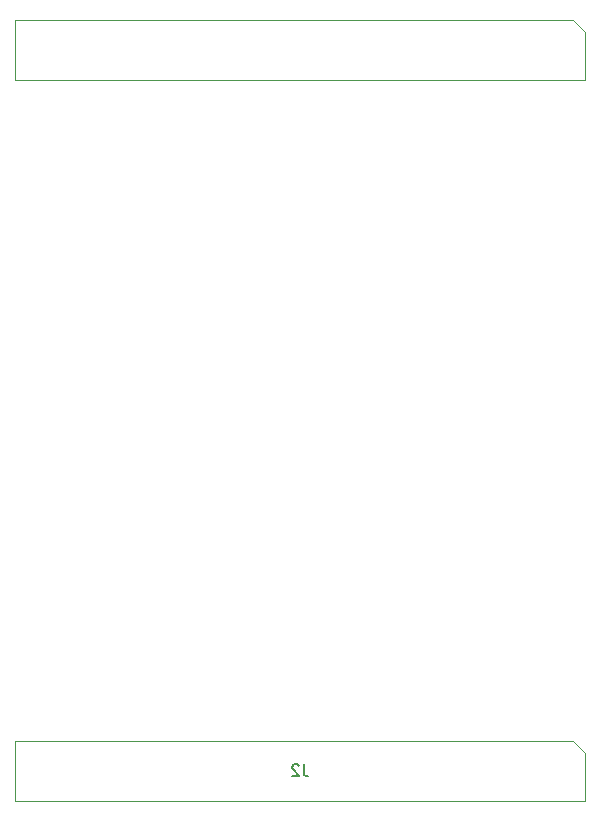
<source format=gbr>
%TF.GenerationSoftware,KiCad,Pcbnew,6.0.2+dfsg-1*%
%TF.CreationDate,2023-04-17T17:18:00+02:00*%
%TF.ProjectId,TransportPlatform_PCB,5472616e-7370-46f7-9274-506c6174666f,rev?*%
%TF.SameCoordinates,Original*%
%TF.FileFunction,AssemblyDrawing,Bot*%
%FSLAX46Y46*%
G04 Gerber Fmt 4.6, Leading zero omitted, Abs format (unit mm)*
G04 Created by KiCad (PCBNEW 6.0.2+dfsg-1) date 2023-04-17 17:18:00*
%MOMM*%
%LPD*%
G01*
G04 APERTURE LIST*
%ADD10C,0.150000*%
%ADD11C,0.100000*%
G04 APERTURE END LIST*
D10*
%TO.C,J2*%
X135451333Y-90491380D02*
X135451333Y-91205666D01*
X135498952Y-91348523D01*
X135594190Y-91443761D01*
X135737047Y-91491380D01*
X135832285Y-91491380D01*
X135022761Y-90586619D02*
X134975142Y-90539000D01*
X134879904Y-90491380D01*
X134641809Y-90491380D01*
X134546571Y-90539000D01*
X134498952Y-90586619D01*
X134451333Y-90681857D01*
X134451333Y-90777095D01*
X134498952Y-90919952D01*
X135070380Y-91491380D01*
X134451333Y-91491380D01*
D11*
X159248000Y-89499000D02*
X158248000Y-88499000D01*
X110988000Y-88499000D02*
X110988000Y-93579000D01*
X110988000Y-93579000D02*
X159248000Y-93579000D01*
X159248000Y-93579000D02*
X159248000Y-89499000D01*
X158248000Y-88499000D02*
X110988000Y-88499000D01*
%TO.C,J1*%
X158248000Y-27499000D02*
X110988000Y-27499000D01*
X159248000Y-28499000D02*
X158248000Y-27499000D01*
X159248000Y-32579000D02*
X159248000Y-28499000D01*
X110988000Y-32579000D02*
X159248000Y-32579000D01*
X110988000Y-27499000D02*
X110988000Y-32579000D01*
%TD*%
M02*

</source>
